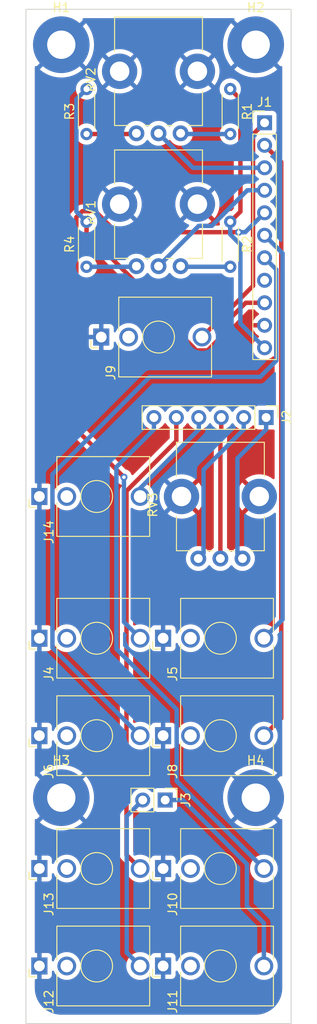
<source format=kicad_pcb>
(kicad_pcb (version 20221018) (generator pcbnew)
  (layers (0 "F.Cu" signal) (31 "B.Cu" signal) (34 "B.Paste" user) (35 "F.Paste" user) (36 "B.SilkS" user "B.Silkscreen") (37 "F.SilkS" user "F.Silkscreen") (38 "B.Mask" user) (39 "F.Mask" user) (44 "Edge.Cuts" user))
  (net 0 "")
  (net 1 "SYNC")
  (net 2 "LIN")
  (net 3 "R3P2")
  (net 4 "R2P2")
  (net 5 "CV1")
  (net 6 "CV2")
  (net 7 "CV3")
  (net 8 "CV4")
  (net 9 "+12V")
  (net 10 "GND")
  (net 11 "-12V")
  (net 12 "R39P1")
  (net 13 "R39P3")
  (net 14 "R39P2")
  (net 15 "PWM")
  (net 16 "SQR")
  (net 17 "SIN")
  (net 18 "TRI")
  (net 19 "RMP")
  (net 20 "R3P1")
  (net 21 "R2P1")
  (net 22 "R3P3")
  (net 23 "R2P3")
  (footprint "Resistor_THT:R_Axial_DIN0204_L3.6mm_D1.6mm_P5.08mm_Horizontal" (layer "F.Cu") (at 23.114 16.002 -90)
    (fp_text reference "R1" (at 2.54 -1.92 90) (layer "F.SilkS"))
    (fp_text value "200K")
    (fp_line (start 0.62 -0.92) (end 4.46 -0.92) (stroke (width 0.12)) (layer "F.SilkS"))
    (fp_line (start 0.62 0.92) (end 4.46 0.92) (stroke (width 0.12)) (layer "F.SilkS"))
    (pad "1" thru_hole circle (at 0 0 270) (size 1.4 1.4) (drill 0.7) (layers "*.Cu" "*.Mask") (net 11 "-12V"))
    (pad "2" thru_hole oval (at 5.08 0 270) (size 1.4 1.4) (drill 0.7) (layers "*.Cu" "*.Mask") (net 20 "R3P1"))
  )
  (footprint "Library:Jack_3.5mm_QingPu_WQP-PJ398SM_Vertical_CircularHoles" (layer "F.Cu") (at 22 115 90)
    (fp_text reference "J11" (at -4.03 -5.4 270) (layer "F.SilkS"))
    (fp_text value "AudioJack2")
    (fp_line (start -4.5 -4.5) (end -4.5 6) (stroke (width 0.12)) (layer "F.SilkS"))
    (fp_line (start -1.23 -7.65) (end -1.23 -6.85) (stroke (width 0.12)) (layer "F.SilkS"))
    (fp_line (start -1.23 -7.65) (end -0.37 -7.65) (stroke (width 0.12)) (layer "F.SilkS"))
    (fp_line (start -0.8 6) (end -4.5 6) (stroke (width 0.12)) (layer "F.SilkS"))
    (fp_line (start -0.72 -4.5) (end -4.5 -4.5) (stroke (width 0.12)) (layer "F.SilkS"))
    (fp_line (start 4.5 -4.5) (end 0.72 -4.5) (stroke (width 0.12)) (layer "F.SilkS"))
    (fp_line (start 4.5 -4.5) (end 4.5 6) (stroke (width 0.12)) (layer "F.SilkS"))
    (fp_line (start 4.5 6) (end 0.8 6) (stroke (width 0.12)) (layer "F.SilkS"))
    (fp_circle (center 0 0) (end 1.8 0) (stroke (width 0.12)) (fill none) (layer "F.SilkS"))
    (pad "S" thru_hole rect (at 0 -6.48 270) (size 1.93 1.83) (drill 1.22) (layers "*.Cu" "*.Mask") (net 10 "GND"))
    (pad "T" thru_hole circle (at 0 4.92 270) (size 2.13 2.13) (drill 1.43) (layers "*.Cu" "*.Mask") (net 18 "TRI"))
    (pad "TN" thru_hole circle (at 0 -3.38 270) (size 2.13 2.13) (drill 1.42) (layers "*.Cu" "*.Mask"))
    (zone (net 0) (net_name "") (layer "F.Cu") (connect_pads (clearance 0)) (min_thickness 0.254)
      (keepout (tracks not_allowed) (vias not_allowed) (pads not_allowed) (copperpour not_allowed) (footprints not_allowed))
      (fill (thermal_gap 0.508) (thermal_bridge_width 0.508))
      (polygon (pts (xy 22 113.494859) (xy 21.754171 113.51507) (xy 21.514945 113.575159) (xy 21.288744 113.673514) (xy 21.081645 113.807492) (xy 20.89921 113.973496) (xy 20.746336 114.167068) (xy 20.627131 114.383008) (xy 20.544794 114.615518) (xy 20.501539 114.858354) (xy 20.498525 115.104993) (xy 20.535835 115.348813) (xy 20.612466 115.583266) (xy 20.72636 115.802054) (xy 20.874458 115.999303) (xy 21.052784 116.169714) (xy 21.256548 116.308712) (xy 21.480278 116.412564) (xy 21.717965 116.478481) (xy 21.963226 116.504692) (xy 22.209475 116.490493) (xy 22.450099 116.436266) (xy 22.678634 116.343468) (xy 22.888945 116.214589) (xy 23.075382 116.053092) (xy 23.232939 115.863313) (xy 23.357385 115.65035) (xy 23.445377 115.419921) (xy 23.494553 115.178215) (xy 23.503592 114.931722) (xy 23.47225 114.687064) (xy 23.40137 114.450809) (xy 23.292856 114.229303) (xy 23.149621 114.028495) (xy 22.975512 113.853777) (xy 22.775205 113.709842) (xy 22.554079 113.600555) (xy 22.318074 113.528851) (xy 22.073526 113.496656)))
    )
  )
  (footprint "Library:Potentiometer_Bourns_PTV09A-1_Single_Vertical" (layer "F.Cu") (at 22 62 180)
    (fp_text reference "RV3" (at 7.65 -0.95 90) (layer "F.SilkS"))
    (fp_text value "100K")
    (fp_line (start -4.97 -6.12) (end -4.97 -2.255) (stroke (width 0.12)) (layer "F.SilkS"))
    (fp_line (start -4.97 2.255) (end -4.97 6.12) (stroke (width 0.12)) (layer "F.SilkS"))
    (fp_line (start -3.37 -6.12) (end -4.97 -6.12) (stroke (width 0.12)) (layer "F.SilkS"))
    (fp_line (start -0.871 -6.12) (end -1.63 -6.12) (stroke (width 0.12)) (layer "F.SilkS"))
    (fp_line (start 1.629 -6.12) (end 0.87 -6.12) (stroke (width 0.12)) (layer "F.SilkS"))
    (fp_line (start 4.97 -6.12) (end 3.371 -6.12) (stroke (width 0.12)) (layer "F.SilkS"))
    (fp_line (start 4.97 -6.12) (end 4.97 -2.255) (stroke (width 0.12)) (layer "F.SilkS"))
    (fp_line (start 4.97 2.255) (end 4.97 6.12) (stroke (width 0.12)) (layer "F.SilkS"))
    (fp_line (start 4.97 6.12) (end -4.97 6.12) (stroke (width 0.12)) (layer "F.SilkS"))
    (pad "" thru_hole circle (at -4.4 0 90) (size 4 4) (drill 2.2) (layers "*.Cu" "*.Mask") (net 10 "GND"))
    (pad "" thru_hole circle (at 4.4 0 90) (size 4 4) (drill 2.2) (layers "*.Cu" "*.Mask") (net 10 "GND"))
    (pad "1" thru_hole circle (at -2.5 -7 90) (size 1.8 1.8) (drill 1) (layers "*.Cu" "*.Mask") (net 12 "R39P1"))
    (pad "2" thru_hole circle (at 0 -7 90) (size 1.8 1.8) (drill 1) (layers "*.Cu" "*.Mask") (net 14 "R39P2"))
    (pad "3" thru_hole circle (at 2.5 -7 90) (size 1.8 1.8) (drill 1) (layers "*.Cu" "*.Mask") (net 13 "R39P3"))
  )
  (footprint "Library:Jack_3.5mm_QingPu_WQP-PJ398SM_Vertical_CircularHoles" (layer "F.Cu") (at 22 78 90)
    (fp_text reference "J5" (at -4.03 -5.4 270) (layer "F.SilkS"))
    (fp_text value "AudioJack2")
    (fp_line (start -4.5 -4.5) (end -4.5 6) (stroke (width 0.12)) (layer "F.SilkS"))
    (fp_line (start -1.23 -7.65) (end -1.23 -6.85) (stroke (width 0.12)) (layer "F.SilkS"))
    (fp_line (start -1.23 -7.65) (end -0.37 -7.65) (stroke (width 0.12)) (layer "F.SilkS"))
    (fp_line (start -0.8 6) (end -4.5 6) (stroke (width 0.12)) (layer "F.SilkS"))
    (fp_line (start -0.72 -4.5) (end -4.5 -4.5) (stroke (width 0.12)) (layer "F.SilkS"))
    (fp_line (start 4.5 -4.5) (end 0.72 -4.5) (stroke (width 0.12)) (layer "F.SilkS"))
    (fp_line (start 4.5 -4.5) (end 4.5 6) (stroke (width 0.12)) (layer "F.SilkS"))
    (fp_line (start 4.5 6) (end 0.8 6) (stroke (width 0.12)) (layer "F.SilkS"))
    (fp_circle (center 0 0) (end 1.8 0) (stroke (width 0.12)) (fill none) (layer "F.SilkS"))
    (pad "S" thru_hole rect (at 0 -6.48 270) (size 1.93 1.83) (drill 1.22) (layers "*.Cu" "*.Mask") (net 10 "GND"))
    (pad "T" thru_hole circle (at 0 4.92 270) (size 2.13 2.13) (drill 1.43) (layers "*.Cu" "*.Mask") (net 6 "CV2"))
    (pad "TN" thru_hole circle (at 0 -3.38 270) (size 2.13 2.13) (drill 1.42) (layers "*.Cu" "*.Mask"))
    (zone (net 0) (net_name "") (layer "F.Cu") (connect_pads (clearance 0)) (min_thickness 0.254)
      (keepout (tracks not_allowed) (vias not_allowed) (pads not_allowed) (copperpour not_allowed) (footprints not_allowed))
      (fill (thermal_gap 0.508) (thermal_bridge_width 0.508))
      (polygon (pts (xy 22 76.494859) (xy 21.754171 76.51507) (xy 21.514945 76.575159) (xy 21.288744 76.673514) (xy 21.081645 76.807492) (xy 20.89921 76.973496) (xy 20.746336 77.167068) (xy 20.627131 77.383008) (xy 20.544794 77.615518) (xy 20.501539 77.858354) (xy 20.498525 78.104993) (xy 20.535835 78.348813) (xy 20.612466 78.583266) (xy 20.72636 78.802054) (xy 20.874458 78.999303) (xy 21.052784 79.169714) (xy 21.256548 79.308712) (xy 21.480278 79.412564) (xy 21.717965 79.478481) (xy 21.963226 79.504692) (xy 22.209475 79.490493) (xy 22.450099 79.436266) (xy 22.678634 79.343468) (xy 22.888945 79.214589) (xy 23.075382 79.053092) (xy 23.232939 78.863313) (xy 23.357385 78.65035) (xy 23.445377 78.419921) (xy 23.494553 78.178215) (xy 23.503592 77.931722) (xy 23.47225 77.687064) (xy 23.40137 77.450809) (xy 23.292856 77.229303) (xy 23.149621 77.028495) (xy 22.975512 76.853777) (xy 22.775205 76.709842) (xy 22.554079 76.600555) (xy 22.318074 76.528851) (xy 22.073526 76.496656)))
    )
  )
  (footprint "Library:Jack_3.5mm_QingPu_WQP-PJ398SM_Vertical_CircularHoles" (layer "F.Cu") (at 8 104 90)
    (fp_text reference "J13" (at -4.03 -5.4 270) (layer "F.SilkS"))
    (fp_text value "AudioJack2")
    (fp_line (start -4.5 -4.5) (end -4.5 6) (stroke (width 0.12)) (layer "F.SilkS"))
    (fp_line (start -1.23 -7.65) (end -1.23 -6.85) (stroke (width 0.12)) (layer "F.SilkS"))
    (fp_line (start -1.23 -7.65) (end -0.37 -7.65) (stroke (width 0.12)) (layer "F.SilkS"))
    (fp_line (start -0.8 6) (end -4.5 6) (stroke (width 0.12)) (layer "F.SilkS"))
    (fp_line (start -0.72 -4.5) (end -4.5 -4.5) (stroke (width 0.12)) (layer "F.SilkS"))
    (fp_line (start 4.5 -4.5) (end 0.72 -4.5) (stroke (width 0.12)) (layer "F.SilkS"))
    (fp_line (start 4.5 -4.5) (end 4.5 6) (stroke (width 0.12)) (layer "F.SilkS"))
    (fp_line (start 4.5 6) (end 0.8 6) (stroke (width 0.12)) (layer "F.SilkS"))
    (fp_circle (center 0 0) (end 1.8 0) (stroke (width 0.12)) (fill none) (layer "F.SilkS"))
    (pad "S" thru_hole rect (at 0 -6.48 270) (size 1.93 1.83) (drill 1.22) (layers "*.Cu" "*.Mask") (net 10 "GND"))
    (pad "T" thru_hole circle (at 0 4.92 270) (size 2.13 2.13) (drill 1.43) (layers "*.Cu" "*.Mask") (net 16 "SQR"))
    (pad "TN" thru_hole circle (at 0 -3.38 270) (size 2.13 2.13) (drill 1.42) (layers "*.Cu" "*.Mask"))
    (zone (net 0) (net_name "") (layer "F.Cu") (connect_pads (clearance 0)) (min_thickness 0.254)
      (keepout (tracks not_allowed) (vias not_allowed) (pads not_allowed) (copperpour not_allowed) (footprints not_allowed))
      (fill (thermal_gap 0.508) (thermal_bridge_width 0.508))
      (polygon (pts (xy 8 102.494859) (xy 7.754171 102.51507) (xy 7.514945 102.575159) (xy 7.288744 102.673514) (xy 7.081645 102.807492) (xy 6.89921 102.973496) (xy 6.746336 103.167068) (xy 6.627131 103.383008) (xy 6.544794 103.615518) (xy 6.501539 103.858354) (xy 6.498525 104.104993) (xy 6.535835 104.348813) (xy 6.612466 104.583266) (xy 6.72636 104.802054) (xy 6.874458 104.999303) (xy 7.052784 105.169714) (xy 7.256548 105.308712) (xy 7.480278 105.412564) (xy 7.717965 105.478481) (xy 7.963226 105.504692) (xy 8.209475 105.490493) (xy 8.450099 105.436266) (xy 8.678634 105.343468) (xy 8.888945 105.214589) (xy 9.075382 105.053092) (xy 9.232939 104.863313) (xy 9.357385 104.65035) (xy 9.445377 104.419921) (xy 9.494553 104.178215) (xy 9.503592 103.931722) (xy 9.47225 103.687064) (xy 9.40137 103.450809) (xy 9.292856 103.229303) (xy 9.149621 103.028495) (xy 8.975512 102.853777) (xy 8.775205 102.709842) (xy 8.554079 102.600555) (xy 8.318074 102.528851) (xy 8.073526 102.496656)))
    )
  )
  (footprint "MountingHole:MountingHole_3.2mm_M3_Pad" (layer "F.Cu") (at 26 11)
    (fp_text reference "H2" (at 0 -4.2) (layer "F.SilkS"))
    (fp_text value "MountingHole_Pad")
    (pad "1" thru_hole circle (at 0 0) (size 6.4 6.4) (drill 3.2) (layers "*.Cu" "*.Mask") (net 10 "GND"))
  )
  (footprint "Library:Jack_3.5mm_QingPu_WQP-PJ398SM_Vertical_CircularHoles" (layer "F.Cu") (at 22 104 90)
    (fp_text reference "J10" (at -4.03 -5.4 270) (layer "F.SilkS"))
    (fp_text value "AudioJack2")
    (fp_line (start -4.5 -4.5) (end -4.5 6) (stroke (width 0.12)) (layer "F.SilkS"))
    (fp_line (start -1.23 -7.65) (end -1.23 -6.85) (stroke (width 0.12)) (layer "F.SilkS"))
    (fp_line (start -1.23 -7.65) (end -0.37 -7.65) (stroke (width 0.12)) (layer "F.SilkS"))
    (fp_line (start -0.8 6) (end -4.5 6) (stroke (width 0.12)) (layer "F.SilkS"))
    (fp_line (start -0.72 -4.5) (end -4.5 -4.5) (stroke (width 0.12)) (layer "F.SilkS"))
    (fp_line (start 4.5 -4.5) (end 0.72 -4.5) (stroke (width 0.12)) (layer "F.SilkS"))
    (fp_line (start 4.5 -4.5) (end 4.5 6) (stroke (width 0.12)) (layer "F.SilkS"))
    (fp_line (start 4.5 6) (end 0.8 6) (stroke (width 0.12)) (layer "F.SilkS"))
    (fp_circle (center 0 0) (end 1.8 0) (stroke (width 0.12)) (fill none) (layer "F.SilkS"))
    (pad "S" thru_hole rect (at 0 -6.48 270) (size 1.93 1.83) (drill 1.22) (layers "*.Cu" "*.Mask") (net 10 "GND"))
    (pad "T" thru_hole circle (at 0 4.92 270) (size 2.13 2.13) (drill 1.43) (layers "*.Cu" "*.Mask") (net 17 "SIN"))
    (pad "TN" thru_hole circle (at 0 -3.38 270) (size 2.13 2.13) (drill 1.42) (layers "*.Cu" "*.Mask"))
    (zone (net 0) (net_name "") (layer "F.Cu") (connect_pads (clearance 0)) (min_thickness 0.254)
      (keepout (tracks not_allowed) (vias not_allowed) (pads not_allowed) (copperpour not_allowed) (footprints not_allowed))
      (fill (thermal_gap 0.508) (thermal_bridge_width 0.508))
      (polygon (pts (xy 22 102.494859) (xy 21.754171 102.51507) (xy 21.514945 102.575159) (xy 21.288744 102.673514) (xy 21.081645 102.807492) (xy 20.89921 102.973496) (xy 20.746336 103.167068) (xy 20.627131 103.383008) (xy 20.544794 103.615518) (xy 20.501539 103.858354) (xy 20.498525 104.104993) (xy 20.535835 104.348813) (xy 20.612466 104.583266) (xy 20.72636 104.802054) (xy 20.874458 104.999303) (xy 21.052784 105.169714) (xy 21.256548 105.308712) (xy 21.480278 105.412564) (xy 21.717965 105.478481) (xy 21.963226 105.504692) (xy 22.209475 105.490493) (xy 22.450099 105.436266) (xy 22.678634 105.343468) (xy 22.888945 105.214589) (xy 23.075382 105.053092) (xy 23.232939 104.863313) (xy 23.357385 104.65035) (xy 23.445377 104.419921) (xy 23.494553 104.178215) (xy 23.503592 103.931722) (xy 23.47225 103.687064) (xy 23.40137 103.450809) (xy 23.292856 103.229303) (xy 23.149621 103.028495) (xy 22.975512 102.853777) (xy 22.775205 102.709842) (xy 22.554079 102.600555) (xy 22.318074 102.528851) (xy 22.073526 102.496656)))
    )
  )
  (footprint "Resistor_THT:R_Axial_DIN0204_L3.6mm_D1.6mm_P5.08mm_Horizontal" (layer "F.Cu") (at 23.114 30.988 -90)
    (fp_text reference "R2" (at 2.54 -1.92 90) (layer "F.SilkS"))
    (fp_text value "10K")
    (fp_line (start 0.62 -0.92) (end 4.46 -0.92) (stroke (width 0.12)) (layer "F.SilkS"))
    (fp_line (start 0.62 0.92) (end 4.46 0.92) (stroke (width 0.12)) (layer "F.SilkS"))
    (pad "1" thru_hole circle (at 0 0 270) (size 1.4 1.4) (drill 0.7) (layers "*.Cu" "*.Mask") (net 11 "-12V"))
    (pad "2" thru_hole oval (at 5.08 0 270) (size 1.4 1.4) (drill 0.7) (layers "*.Cu" "*.Mask") (net 21 "R2P1"))
  )
  (footprint "Library:Jack_3.5mm_QingPu_WQP-PJ398SM_Vertical_CircularHoles" (layer "F.Cu") (at 8 78 90)
    (fp_text reference "J4" (at -4.03 -5.4 270) (layer "F.SilkS"))
    (fp_text value "AudioJack2")
    (fp_line (start -4.5 -4.5) (end -4.5 6) (stroke (width 0.12)) (layer "F.SilkS"))
    (fp_line (start -1.23 -7.65) (end -1.23 -6.85) (stroke (width 0.12)) (layer "F.SilkS"))
    (fp_line (start -1.23 -7.65) (end -0.37 -7.65) (stroke (width 0.12)) (layer "F.SilkS"))
    (fp_line (start -0.8 6) (end -4.5 6) (stroke (width 0.12)) (layer "F.SilkS"))
    (fp_line (start -0.72 -4.5) (end -4.5 -4.5) (stroke (width 0.12)) (layer "F.SilkS"))
    (fp_line (start 4.5 -4.5) (end 0.72 -4.5) (stroke (width 0.12)) (layer "F.SilkS"))
    (fp_line (start 4.5 -4.5) (end 4.5 6) (stroke (width 0.12)) (layer "F.SilkS"))
    (fp_line (start 4.5 6) (end 0.8 6) (stroke (width 0.12)) (layer "F.SilkS"))
    (fp_circle (center 0 0) (end 1.8 0) (stroke (width 0.12)) (fill none) (layer "F.SilkS"))
    (pad "S" thru_hole rect (at 0 -6.48 270) (size 1.93 1.83) (drill 1.22) (layers "*.Cu" "*.Mask") (net 10 "GND"))
    (pad "T" thru_hole circle (at 0 4.92 270) (size 2.13 2.13) (drill 1.43) (layers "*.Cu" "*.Mask") (net 5 "CV1"))
    (pad "TN" thru_hole circle (at 0 -3.38 270) (size 2.13 2.13) (drill 1.42) (layers "*.Cu" "*.Mask"))
    (zone (net 0) (net_name "") (layer "F.Cu") (connect_pads (clearance 0)) (min_thickness 0.254)
      (keepout (tracks not_allowed) (vias not_allowed) (pads not_allowed) (copperpour not_allowed) (footprints not_allowed))
      (fill (thermal_gap 0.508) (thermal_bridge_width 0.508))
      (polygon (pts (xy 8 76.494859) (xy 7.754171 76.51507) (xy 7.514945 76.575159) (xy 7.288744 76.673514) (xy 7.081645 76.807492) (xy 6.89921 76.973496) (xy 6.746336 77.167068) (xy 6.627131 77.383008) (xy 6.544794 77.615518) (xy 6.501539 77.858354) (xy 6.498525 78.104993) (xy 6.535835 78.348813) (xy 6.612466 78.583266) (xy 6.72636 78.802054) (xy 6.874458 78.999303) (xy 7.052784 79.169714) (xy 7.256548 79.308712) (xy 7.480278 79.412564) (xy 7.717965 79.478481) (xy 7.963226 79.504692) (xy 8.209475 79.490493) (xy 8.450099 79.436266) (xy 8.678634 79.343468) (xy 8.888945 79.214589) (xy 9.075382 79.053092) (xy 9.232939 78.863313) (xy 9.357385 78.65035) (xy 9.445377 78.419921) (xy 9.494553 78.178215) (xy 9.503592 77.931722) (xy 9.47225 77.687064) (xy 9.40137 77.450809) (xy 9.292856 77.229303) (xy 9.149621 77.028495) (xy 8.975512 76.853777) (xy 8.775205 76.709842) (xy 8.554079 76.600555) (xy 8.318074 76.528851) (xy 8.073526 76.496656)))
    )
  )
  (footprint "Library:Potentiometer_Bourns_PTV09A-1_Single_Vertical" (layer "F.Cu") (at 15 29 180)
    (fp_text reference "RV1" (at 7.65 -0.95 90) (layer "F.SilkS"))
    (fp_text value "100K")
    (fp_line (start -4.97 -6.12) (end -4.97 -2.255) (stroke (width 0.12)) (layer "F.SilkS"))
    (fp_line (start -4.97 2.255) (end -4.97 6.12) (stroke (width 0.12)) (layer "F.SilkS"))
    (fp_line (start -3.37 -6.12) (end -4.97 -6.12) (stroke (width 0.12)) (layer "F.SilkS"))
    (fp_line (start -0.871 -6.12) (end -1.63 -6.12) (stroke (width 0.12)) (layer "F.SilkS"))
    (fp_line (start 1.629 -6.12) (end 0.87 -6.12) (stroke (width 0.12)) (layer "F.SilkS"))
    (fp_line (start 4.97 -6.12) (end 3.371 -6.12) (stroke (width 0.12)) (layer "F.SilkS"))
    (fp_line (start 4.97 -6.12) (end 4.97 -2.255) (stroke (width 0.12)) (layer "F.SilkS"))
    (fp_line (start 4.97 2.255) (end 4.97 6.12) (stroke (width 0.12)) (layer "F.SilkS"))
    (fp_line (start 4.97 6.12) (end -4.97 6.12) (stroke (width 0.12)) (layer "F.SilkS"))
    (pad "" thru_hole circle (at -4.4 0 90) (size 4 4) (drill 2.2) (layers "*.Cu" "*.Mask") (net 10 "GND"))
    (pad "" thru_hole circle (at 4.4 0 90) (size 4 4) (drill 2.2) (layers "*.Cu" "*.Mask") (net 10 "GND"))
    (pad "1" thru_hole circle (at -2.5 -7 90) (size 1.8 1.8) (drill 1) (layers "*.Cu" "*.Mask") (net 21 "R2P1"))
    (pad "2" thru_hole circle (at 0 -7 90) (size 1.8 1.8) (drill 1) (layers "*.Cu" "*.Mask") (net 4 "R2P2"))
    (pad "3" thru_hole circle (at 2.5 -7 90) (size 1.8 1.8) (drill 1) (layers "*.Cu" "*.Mask") (net 23 "R2P3"))
  )
  (footprint "Library:Jack_3.5mm_QingPu_WQP-PJ398SM_Vertical_CircularHoles" (layer "F.Cu") (at 8 89 90)
    (fp_text reference "J6" (at -4.03 -5.4 270) (layer "F.SilkS"))
    (fp_text value "AudioJack2")
    (fp_line (start -4.5 -4.5) (end -4.5 6) (stroke (width 0.12)) (layer "F.SilkS"))
    (fp_line (start -1.23 -7.65) (end -1.23 -6.85) (stroke (width 0.12)) (layer "F.SilkS"))
    (fp_line (start -1.23 -7.65) (end -0.37 -7.65) (stroke (width 0.12)) (layer "F.SilkS"))
    (fp_line (start -0.8 6) (end -4.5 6) (stroke (width 0.12)) (layer "F.SilkS"))
    (fp_line (start -0.72 -4.5) (end -4.5 -4.5) (stroke (width 0.12)) (layer "F.SilkS"))
    (fp_line (start 4.5 -4.5) (end 0.72 -4.5) (stroke (width 0.12)) (layer "F.SilkS"))
    (fp_line (start 4.5 -4.5) (end 4.5 6) (stroke (width 0.12)) (layer "F.SilkS"))
    (fp_line (start 4.5 6) (end 0.8 6) (stroke (width 0.12)) (layer "F.SilkS"))
    (fp_circle (center 0 0) (end 1.8 0) (stroke (width 0.12)) (fill none) (layer "F.SilkS"))
    (pad "S" thru_hole rect (at 0 -6.48 270) (size 1.93 1.83) (drill 1.22) (layers "*.Cu" "*.Mask") (net 10 "GND"))
    (pad "T" thru_hole circle (at 0 4.92 270) (size 2.13 2.13) (drill 1.43) (layers "*.Cu" "*.Mask") (net 7 "CV3"))
    (pad "TN" thru_hole circle (at 0 -3.38 270) (size 2.13 2.13) (drill 1.42) (layers "*.Cu" "*.Mask"))
    (zone (net 0) (net_name "") (layer "F.Cu") (connect_pads (clearance 0)) (min_thickness 0.254)
      (keepout (tracks not_allowed) (vias not_allowed) (pads not_allowed) (copperpour not_allowed) (footprints not_allowed))
      (fill (thermal_gap 0.508) (thermal_bridge_width 0.508))
      (polygon (pts (xy 8 87.494859) (xy 7.754171 87.51507) (xy 7.514945 87.575159) (xy 7.288744 87.673514) (xy 7.081645 87.807492) (xy 6.89921 87.973496) (xy 6.746336 88.167068) (xy 6.627131 88.383008) (xy 6.544794 88.615518) (xy 6.501539 88.858354) (xy 6.498525 89.104993) (xy 6.535835 89.348813) (xy 6.612466 89.583266) (xy 6.72636 89.802054) (xy 6.874458 89.999303) (xy 7.052784 90.169714) (xy 7.256548 90.308712) (xy 7.480278 90.412564) (xy 7.717965 90.478481) (xy 7.963226 90.504692) (xy 8.209475 90.490493) (xy 8.450099 90.436266) (xy 8.678634 90.343468) (xy 8.888945 90.214589) (xy 9.075382 90.053092) (xy 9.232939 89.863313) (xy 9.357385 89.65035) (xy 9.445377 89.419921) (xy 9.494553 89.178215) (xy 9.503592 88.931722) (xy 9.47225 88.687064) (xy 9.40137 88.450809) (xy 9.292856 88.229303) (xy 9.149621 88.028495) (xy 8.975512 87.853777) (xy 8.775205 87.709842) (xy 8.554079 87.600555) (xy 8.318074 87.528851) (xy 8.073526 87.496656)))
    )
  )
  (footprint "Library:Jack_3.5mm_QingPu_WQP-PJ398SM_Vertical_CircularHoles" (layer "F.Cu") (at 8 62 90)
    (fp_text reference "J14" (at -4.03 -5.4 270) (layer "F.SilkS"))
    (fp_text value "AudioJack2")
    (fp_line (start -4.5 -4.5) (end -4.5 6) (stroke (width 0.12)) (layer "F.SilkS"))
    (fp_line (start -1.23 -7.65) (end -1.23 -6.85) (stroke (width 0.12)) (layer "F.SilkS"))
    (fp_line (start -1.23 -7.65) (end -0.37 -7.65) (stroke (width 0.12)) (layer "F.SilkS"))
    (fp_line (start -0.8 6) (end -4.5 6) (stroke (width 0.12)) (layer "F.SilkS"))
    (fp_line (start -0.72 -4.5) (end -4.5 -4.5) (stroke (width 0.12)) (layer "F.SilkS"))
    (fp_line (start 4.5 -4.5) (end 0.72 -4.5) (stroke (width 0.12)) (layer "F.SilkS"))
    (fp_line (start 4.5 -4.5) (end 4.5 6) (stroke (width 0.12)) (layer "F.SilkS"))
    (fp_line (start 4.5 6) (end 0.8 6) (stroke (width 0.12)) (layer "F.SilkS"))
    (fp_circle (center 0 0) (end 1.8 0) (stroke (width 0.12)) (fill none) (layer "F.SilkS"))
    (pad "S" thru_hole rect (at 0 -6.48 270) (size 1.93 1.83) (drill 1.22) (layers "*.Cu" "*.Mask") (net 10 "GND"))
    (pad "T" thru_hole circle (at 0 4.92 270) (size 2.13 2.13) (drill 1.43) (layers "*.Cu" "*.Mask") (net 15 "PWM"))
    (pad "TN" thru_hole circle (at 0 -3.38 270) (size 2.13 2.13) (drill 1.42) (layers "*.Cu" "*.Mask"))
    (zone (net 0) (net_name "") (layer "F.Cu") (connect_pads (clearance 0)) (min_thickness 0.254)
      (keepout (tracks not_allowed) (vias not_allowed) (pads not_allowed) (copperpour not_allowed) (footprints not_allowed))
      (fill (thermal_gap 0.508) (thermal_bridge_width 0.508))
      (polygon (pts (xy 8 60.494859) (xy 7.754171 60.51507) (xy 7.514945 60.575159) (xy 7.288744 60.673514) (xy 7.081645 60.807492) (xy 6.89921 60.973496) (xy 6.746336 61.167068) (xy 6.627131 61.383008) (xy 6.544794 61.615518) (xy 6.501539 61.858354) (xy 6.498525 62.104993) (xy 6.535835 62.348813) (xy 6.612466 62.583266) (xy 6.72636 62.802054) (xy 6.874458 62.999303) (xy 7.052784 63.169714) (xy 7.256548 63.308712) (xy 7.480278 63.412564) (xy 7.717965 63.478481) (xy 7.963226 63.504692) (xy 8.209475 63.490493) (xy 8.450099 63.436266) (xy 8.678634 63.343468) (xy 8.888945 63.214589) (xy 9.075382 63.053092) (xy 9.232939 62.863313) (xy 9.357385 62.65035) (xy 9.445377 62.419921) (xy 9.494553 62.178215) (xy 9.503592 61.931722) (xy 9.47225 61.687064) (xy 9.40137 61.450809) (xy 9.292856 61.229303) (xy 9.149621 61.028495) (xy 8.975512 60.853777) (xy 8.775205 60.709842) (xy 8.554079 60.600555) (xy 8.318074 60.528851) (xy 8.073526 60.496656)))
    )
  )
  (footprint "Resistor_THT:R_Axial_DIN0204_L3.6mm_D1.6mm_P5.08mm_Horizontal" (layer "F.Cu") (at 6.858 21.082 90)
    (fp_text reference "R3" (at 2.54 -1.92 90) (layer "F.SilkS"))
    (fp_text value "200K")
    (fp_line (start 0.62 -0.92) (end 4.46 -0.92) (stroke (width 0.12)) (layer "F.SilkS"))
    (fp_line (start 0.62 0.92) (end 4.46 0.92) (stroke (width 0.12)) (layer "F.SilkS"))
    (pad "1" thru_hole circle (at 0 0 90) (size 1.4 1.4) (drill 0.7) (layers "*.Cu" "*.Mask") (net 22 "R3P3"))
    (pad "2" thru_hole oval (at 5.08 0 90) (size 1.4 1.4) (drill 0.7) (layers "*.Cu" "*.Mask") (net 9 "+12V"))
  )
  (footprint "MountingHole:MountingHole_3.2mm_M3_Pad" (layer "F.Cu") (at 4 11)
    (fp_text reference "H1" (at 0 -4.2) (layer "F.SilkS"))
    (fp_text value "MountingHole_Pad")
    (pad "1" thru_hole circle (at 0 0) (size 6.4 6.4) (drill 3.2) (layers "*.Cu" "*.Mask") (net 10 "GND"))
  )
  (footprint "Library:Potentiometer_Bourns_PTV09A-1_Single_Vertical" (layer "F.Cu") (at 15 14 180)
    (fp_text reference "RV2" (at 7.65 -0.95 90) (layer "F.SilkS"))
    (fp_text value "100K")
    (fp_line (start -4.97 -6.12) (end -4.97 -2.255) (stroke (width 0.12)) (layer "F.SilkS"))
    (fp_line (start -4.97 2.255) (end -4.97 6.12) (stroke (width 0.12)) (layer "F.SilkS"))
    (fp_line (start -3.37 -6.12) (end -4.97 -6.12) (stroke (width 0.12)) (layer "F.SilkS"))
    (fp_line (start -0.871 -6.12) (end -1.63 -6.12) (stroke (width 0.12)) (layer "F.SilkS"))
    (fp_line (start 1.629 -6.12) (end 0.87 -6.12) (stroke (width 0.12)) (layer "F.SilkS"))
    (fp_line (start 4.97 -6.12) (end 3.371 -6.12) (stroke (width 0.12)) (layer "F.SilkS"))
    (fp_line (start 4.97 -6.12) (end 4.97 -2.255) (stroke (width 0.12)) (layer "F.SilkS"))
    (fp_line (start 4.97 2.255) (end 4.97 6.12) (stroke (width 0.12)) (layer "F.SilkS"))
    (fp_line (start 4.97 6.12) (end -4.97 6.12) (stroke (width 0.12)) (layer "F.SilkS"))
    (pad "" thru_hole circle (at -4.4 0 90) (size 4 4) (drill 2.2) (layers "*.Cu" "*.Mask") (net 10 "GND"))
    (pad "" thru_hole circle (at 4.4 0 90) (size 4 4) (drill 2.2) (layers "*.Cu" "*.Mask") (net 10 "GND"))
    (pad "1" thru_hole circle (at -2.5 -7 90) (size 1.8 1.8) (drill 1) (layers "*.Cu" "*.Mask") (net 20 "R3P1"))
    (pad "2" thru_hole circle (at 0 -7 90) (size 1.8 1.8) (drill 1) (layers "*.Cu" "*.Mask") (net 3 "R3P2"))
    (pad "3" thru_hole circle (at 2.5 -7 90) (size 1.8 1.8) (drill 1) (layers "*.Cu" "*.Mask") (net 22 "R3P3"))
  )
  (footprint "Library:Jack_3.5mm_QingPu_WQP-PJ398SM_Vertical_CircularHoles" (layer "F.Cu") (at 15 44 90)
    (fp_text reference "J9" (at -4.03 -5.4 270) (layer "F.SilkS"))
    (fp_text value "AudioJack2")
    (fp_line (start -4.5 -4.5) (end -4.5 6) (stroke (width 0.12)) (layer "F.SilkS"))
    (fp_line (start -1.23 -7.65) (end -1.23 -6.85) (stroke (width 0.12)) (layer "F.SilkS"))
    (fp_line (start -1.23 -7.65) (end -0.37 -7.65) (stroke (width 0.12)) (layer "F.SilkS"))
    (fp_line (start -0.8 6) (end -4.5 6) (stroke (width 0.12)) (layer "F.SilkS"))
    (fp_line (start -0.72 -4.5) (end -4.5 -4.5) (stroke (width 0.12)) (layer "F.SilkS"))
    (fp_line (start 4.5 -4.5) (end 0.72 -4.5) (stroke (width 0.12)) (layer "F.SilkS"))
    (fp_line (start 4.5 -4.5) (end 4.5 6) (stroke (width 0.12)) (layer "F.SilkS"))
    (fp_line (start 4.5 6) (end 0.8 6) (stroke (width 0.12)) (layer "F.SilkS"))
    (fp_circle (center 0 0) (end 1.8 0) (stroke (width 0.12)) (fill none) (layer "F.SilkS"))
    (pad "S" thru_hole rect (at 0 -6.48 270) (size 1.93 1.83) (drill 1.22) (layers "*.Cu" "*.Mask") (net 10 "GND"))
    (pad "T" thru_hole circle (at 0 4.92 270) (size 2.13 2.13) (drill 1.43) (layers "*.Cu" "*.Mask") (net 1 "SYNC"))
    (pad "TN" thru_hole circle (at 0 -3.38 270) (size 2.13 2.13) (drill 1.42) (layers "*.Cu" "*.Mask"))
    (zone (net 0) (net_name "") (layer "F.Cu") (connect_pads (clearance 0)) (min_thickness 0.254)
      (keepout (tracks not_allowed) (vias not_allowed) (pads not_allowed) (copperpour not_allowed) (footprints not_allowed))
      (fill (thermal_gap 0.508) (thermal_bridge_width 0.508))
      (polygon (pts (xy 15 42.494859) (xy 14.754171 42.51507) (xy 14.514945 42.575159) (xy 14.288744 42.673514) (xy 14.081645 42.807492) (xy 13.89921 42.973496) (xy 13.746336 43.167068) (xy 13.627131 43.383008) (xy 13.544794 43.615518) (xy 13.501539 43.858354) (xy 13.498525 44.104993) (xy 13.535835 44.348813) (xy 13.612466 44.583266) (xy 13.72636 44.802054) (xy 13.874458 44.999303) (xy 14.052784 45.169714) (xy 14.256548 45.308712) (xy 14.480278 45.412564) (xy 14.717965 45.478481) (xy 14.963226 45.504692) (xy 15.209475 45.490493) (xy 15.450099 45.436266) (xy 15.678634 45.343468) (xy 15.888945 45.214589) (xy 16.075382 45.053092) (xy 16.232939 44.863313) (xy 16.357385 44.65035) (xy 16.445377 44.419921) (xy 16.494553 44.178215) (xy 16.503592 43.931722) (xy 16.47225 43.687064) (xy 16.40137 43.450809) (xy 16.292856 43.229303) (xy 16.149621 43.028495) (xy 15.975512 42.853777) (xy 15.775205 42.709842) (xy 15.554079 42.600555) (xy 15.318074 42.528851) (xy 15.073526 42.496656)))
    )
  )
  (footprint "Connector_PinHeader_2.54mm:PinHeader_1x06_P2.54mm_Vertical" (layer "F.Cu") (at 27.178 53.086 -90)
    (fp_text reference "J2" (at 0 -2.33 90) (layer "F.SilkS"))
    (fp_text value "Conn_01x06")
    (fp_line (start -1.33 -1.33) (end 0 -1.33) (stroke (width 0.12)) (layer "F.SilkS"))
    (fp_line (start -1.33 0) (end -1.33 -1.33) (stroke (width 0.12)) (layer "F.SilkS"))
    (fp_line (start -1.33 1.27) (end -1.33 14.03) (stroke (width 0.12)) (layer "F.SilkS"))
    (fp_line (start -1.33 1.27) (end 1.33 1.27) (stroke (width 0.12)) (layer "F.SilkS"))
    (fp_line (start -1.33 14.03) (end 1.33 14.03) (stroke (width 0.12)) (layer "F.SilkS"))
    (fp_line (start 1.33 1.27) (end 1.33 14.03) (stroke (width 0.12)) (layer "F.SilkS"))
    (pad "1" thru_hole rect (at 0 0 270) (size 1.7 1.7) (drill 1) (layers "*.Cu" "*.Mask") (net 12 "R39P1"))
    (pad "2" thru_hole oval (at 0 2.54 270) (size 1.7 1.7) (drill 1) (layers "*.Cu" "*.Mask") (net 13 "R39P3"))
    (pad "3" thru_hole oval (at 0 5.08 270) (size 1.7 1.7) (drill 1) (layers "*.Cu" "*.Mask") (net 14 "R39P2"))
    (pad "4" thru_hole oval (at 0 7.62 270) (size 1.7 1.7) (drill 1) (layers "*.Cu" "*.Mask") (net 15 "PWM"))
    (pad "5" thru_hole oval (at 0 10.16 270) (size 1.7 1.7) (drill 1) (layers "*.Cu" "*.Mask") (net 16 "SQR"))
    (pad "6" thru_hole oval (at 0 12.7 270) (size 1.7 1.7) (drill 1) (layers "*.Cu" "*.Mask") (net 17 "SIN"))
  )
  (footprint "Library:Jack_3.5mm_QingPu_WQP-PJ398SM_Vertical_CircularHoles" (layer "F.Cu") (at 22 89 90)
    (fp_text reference "J8" (at -4.03 -5.4 270) (layer "F.SilkS"))
    (fp_text value "AudioJack2")
    (fp_line (start -4.5 -4.5) (end -4.5 6) (stroke (width 0.12)) (layer "F.SilkS"))
    (fp_line (start -1.23 -7.65) (end -1.23 -6.85) (stroke (width 0.12)) (layer "F.SilkS"))
    (fp_line (start -1.23 -7.65) (end -0.37 -7.65) (stroke (width 0.12)) (layer "F.SilkS"))
    (fp_line (start -0.8 6) (end -4.5 6) (stroke (width 0.12)) (layer "F.SilkS"))
    (fp_line (start -0.72 -4.5) (end -4.5 -4.5) (stroke (width 0.12)) (layer "F.SilkS"))
    (fp_line (start 4.5 -4.5) (end 0.72 -4.5) (stroke (width 0.12)) (layer "F.SilkS"))
    (fp_line (start 4.5 -4.5) (end 4.5 6) (stroke (width 0.12)) (layer "F.SilkS"))
    (fp_line (start 4.5 6) (end 0.8 6) (stroke (width 0.12)) (layer "F.SilkS"))
    (fp_circle (center 0 0) (end 1.8 0) (stroke (width 0.12)) (fill none) (layer "F.SilkS"))
    (pad "S" thru_hole rect (at 0 -6.48 270) (size 1.93 1.83) (drill 1.22) (layers "*.Cu" "*.Mask") (net 10 "GND"))
    (pad "T" thru_hole circle (at 0 4.92 270) (size 2.13 2.13) (drill 1.43) (layers "*.Cu" "*.Mask") (net 2 "LIN"))
    (pad "TN" thru_hole circle (at 0 -3.38 270) (size 2.13 2.13) (drill 1.42) (layers "*.Cu" "*.Mask"))
    (zone (net 0) (net_name "") (layer "F.Cu") (connect_pads (clearance 0)) (min_thickness 0.254)
      (keepout (tracks not_allowed) (vias not_allowed) (pads not_allowed) (copperpour not_allowed) (footprints not_allowed))
      (fill (thermal_gap 0.508) (thermal_bridge_width 0.508))
      (polygon (pts (xy 22 87.494859) (xy 21.754171 87.51507) (xy 21.514945 87.575159) (xy 21.288744 87.673514) (xy 21.081645 87.807492) (xy 20.89921 87.973496) (xy 20.746336 88.167068) (xy 20.627131 88.383008) (xy 20.544794 88.615518) (xy 20.501539 88.858354) (xy 20.498525 89.104993) (xy 20.535835 89.348813) (xy 20.612466 89.583266) (xy 20.72636 89.802054) (xy 20.874458 89.999303) (xy 21.052784 90.169714) (xy 21.256548 90.308712) (xy 21.480278 90.412564) (xy 21.717965 90.478481) (xy 21.963226 90.504692) (xy 22.209475 90.490493) (xy 22.450099 90.436266) (xy 22.678634 90.343468) (xy 22.888945 90.214589) (xy 23.075382 90.053092) (xy 23.232939 89.863313) (xy 23.357385 89.65035) (xy 23.445377 89.419921) (xy 23.494553 89.178215) (xy 23.503592 88.931722) (xy 23.47225 88.687064) (xy 23.40137 88.450809) (xy 23.292856 88.229303) (xy 23.149621 88.028495) (xy 22.975512 87.853777) (xy 22.775205 87.709842) (xy 22.554079 87.600555) (xy 22.318074 87.528851) (xy 22.073526 87.496656)))
    )
  )
  (footprint "Library:Jack_3.5mm_QingPu_WQP-PJ398SM_Vertical_CircularHoles" (layer "F.Cu") (at 8 115 90)
    (fp_text reference "J12" (at -4.03 -5.4 270) (layer "F.SilkS"))
    (fp_text value "AudioJack2")
    (fp_line (start -4.5 -4.5) (end -4.5 6) (stroke (width 0.12)) (layer "F.SilkS"))
    (fp_line (start -1.23 -7.65) (end -1.23 -6.85) (stroke (width 0.12)) (layer "F.SilkS"))
    (fp_line (start -1.23 -7.65) (end -0.37 -7.65) (stroke (width 0.12)) (layer "F.SilkS"))
    (fp_line (start -0.8 6) (end -4.5 6) (stroke (width 0.12)) (layer "F.SilkS"))
    (fp_line (start -0.72 -4.5) (end -4.5 -4.5) (stroke (width 0.12)) (layer "F.SilkS"))
    (fp_line (start 4.5 -4.5) (end 0.72 -4.5) (stroke (width 0.12)) (layer "F.SilkS"))
    (fp_line (start 4.5 -4.5) (end 4.5 6) (stroke (width 0.12)) (layer "F.SilkS"))
    (fp_line (start 4.5 6) (end 0.8 6) (stroke (width 0.12)) (layer "F.SilkS"))
    (fp_circle (center 0 0) (end 1.8 0) (stroke (width 0.12)) (fill none) (layer "F.SilkS"))
    (pad "S" thru_hole rect (at 0 -6.48 270) (size 1.93 1.83) (drill 1.22) (layers "*.Cu" "*.Mask") (net 10 "GND"))
    (pad "T" thru_hole circle (at 0 4.92 270) (size 2.13 2.13) (drill 1.43) (layers "*.Cu" "*.Mask") (net 19 "RMP"))
    (pad "TN" thru_hole circle (at 0 -3.38 270) (size 2.13 2.13) (drill 1.42) (layers "*.Cu" "*.Mask"))
    (zone (net 0) (net_name "") (layer "F.Cu") (connect_pads (clearance 0)) (min_thickness 0.254)
      (keepout (tracks not_allowed) (vias not_allowed) (pads not_allowed) (copperpour not_allowed) (footprints not_allowed))
      (fill (thermal_gap 0.508) (thermal_bridge_width 0.508))
      (polygon (pts (xy 8 113.494859) (xy 7.754171 113.51507) (xy 7.514945 113.575159) (xy 7.288744 113.673514) (xy 7.081645 113.807492) (xy 6.89921 113.973496) (xy 6.746336 114.167068) (xy 6.627131 114.383008) (xy 6.544794 114.615518) (xy 6.501539 114.858354) (xy 6.498525 115.104993) (xy 6.535835 115.348813) (xy 6.612466 115.583266) (xy 6.72636 115.802054) (xy 6.874458 115.999303) (xy 7.052784 116.169714) (xy 7.256548 116.308712) (xy 7.480278 116.412564) (xy 7.717965 116.478481) (xy 7.963226 116.504692) (xy 8.209475 116.490493) (xy 8.450099 116.436266) (xy 8.678634 116.343468) (xy 8.888945 116.214589) (xy 9.075382 116.053092) (xy 9.232939 115.863313) (xy 9.357385 115.65035) (xy 9.445377 115.419921) (xy 9.494553 115.178215) (xy 9.503592 114.931722) (xy 9.47225 114.687064) (xy 9.40137 114.450809) (xy 9.292856 114.229303) (xy 9.149621 114.028495) (xy 8.975512 113.853777) (xy 8.775205 113.709842) (xy 8.554079 113.600555) (xy 8.318074 113.528851) (xy 8.073526 113.496656)))
    )
  )
  (footprint "MountingHole:MountingHole_3.2mm_M3_Pad" (layer "F.Cu") (at 26 96)
    (fp_text reference "H4" (at 0 -4.2) (layer "F.SilkS"))
    (fp_text value "MountingHole_Pad")
    (pad "1" thru_hole circle (at 0 0) (size 6.4 6.4) (drill 3.2) (layers "*.Cu" "*.Mask") (net 10 "GND"))
  )
  (footprint "Resistor_THT:R_Axial_DIN0204_L3.6mm_D1.6mm_P5.08mm_Horizontal" (layer "F.Cu") (at 6.858 36.068 90)
    (fp_text reference "R4" (at 2.54 -1.92 90) (layer "F.SilkS"))
    (fp_text value "47K")
    (fp_line (start 0.62 -0.92) (end 4.46 -0.92) (stroke (width 0.12)) (layer "F.SilkS"))
    (fp_line (start 0.62 0.92) (end 4.46 0.92) (stroke (width 0.12)) (layer "F.SilkS"))
    (pad "1" thru_hole circle (at 0 0 90) (size 1.4 1.4) (drill 0.7) (layers "*.Cu" "*.Mask") (net 23 "R2P3"))
    (pad "2" thru_hole oval (at 5.08 0 90) (size 1.4 1.4) (drill 0.7) (layers "*.Cu" "*.Mask") (net 9 "+12V"))
  )
  (footprint "Connector_PinHeader_2.54mm:PinHeader_1x11_P2.54mm_Vertical" (layer "F.Cu") (at 27 19.812)
    (fp_text reference "J1" (at 0 -2.33) (layer "F.SilkS"))
    (fp_text value "Conn_01x11")
    (fp_line (start -1.33 -1.33) (end 0 -1.33) (stroke (width 0.12)) (layer "F.SilkS"))
    (fp_line (start -1.33 0) (end -1.33 -1.33) (stroke (width 0.12)) (layer "F.SilkS"))
    (fp_line (start -1.33 1.27) (end -1.33 26.73) (stroke (width 0.12)) (layer "F.SilkS"))
    (fp_line (start -1.33 1.27) (end 1.33 1.27) (stroke (width 0.12)) (layer "F.SilkS"))
    (fp_line (start -1.33 26.73) (end 1.33 26.73) (stroke (width 0.12)) (layer "F.SilkS"))
    (fp_line (start 1.33 1.27) (end 1.33 26.73) (stroke (width 0.12)) (layer "F.SilkS"))
    (pad "1" thru_hole rect (at 0 0) (size 1.7 1.7) (drill 1) (layers "*.Cu" "*.Mask") (net 1 "SYNC"))
    (pad "2" thru_hole oval (at 0 2.54) (size 1.7 1.7) (drill 1) (layers "*.Cu" "*.Mask") (net 2 "LIN"))
    (pad "3" thru_hole oval (at 0 5.08) (size 1.7 1.7) (drill 1) (layers "*.Cu" "*.Mask") (net 3 "R3P2"))
    (pad "4" thru_hole oval (at 0 7.62) (size 1.7 1.7) (drill 1) (layers "*.Cu" "*.Mask") (net 4 "R2P2"))
    (pad "5" thru_hole oval (at 0 10.16) (size 1.7 1.7) (drill 1) (layers "*.Cu" "*.Mask") (net 5 "CV1"))
    (pad "6" thru_hole oval (at 0 12.7) (size 1.7 1.7) (drill 1) (layers "*.Cu" "*.Mask") (net 6 "CV2"))
    (pad "7" thru_hole oval (at 0 15.24) (size 1.7 1.7) (drill 1) (layers "*.Cu" "*.Mask") (net 7 "CV3"))
    (pad "8" thru_hole oval (at 0 17.78) (size 1.7 1.7) (drill 1) (layers "*.Cu" "*.Mask") (net 8 "CV4"))
    (pad "9" thru_hole oval (at 0 20.32) (size 1.7 1.7) (drill 1) (layers "*.Cu" "*.Mask") (net 9 "+12V"))
    (pad "10" thru_hole oval (at 0 22.86) (size 1.7 1.7) (drill 1) (layers "*.Cu" "*.Mask") (net 10 "GND"))
    (pad "11" thru_hole oval (at 0 25.4) (size 1.7 1.7) (drill 1) (layers "*.Cu" "*.Mask") (net 11 "-12V"))
  )
  (footprint "Connector_PinHeader_2.54mm:PinHeader_1x02_P2.54mm_Vertical" (layer "F.Cu") (at 15.753 96.266 -90)
    (fp_text reference "J3" (at 0 -2.33 90) (layer "F.SilkS"))
    (fp_text value "Conn_01x02")
    (fp_line (start -1.33 -1.33) (end 0 -1.33) (stroke (width 0.12)) (layer "F.SilkS"))
    (fp_line (start -1.33 0) (end -1.33 -1.33) (stroke (width 0.12)) (layer "F.SilkS"))
    (fp_line (start -1.33 1.27) (end -1.33 3.87) (stroke (width 0.12)) (layer "F.SilkS"))
    (fp_line (start -1.33 1.27) (end 1.33 1.27) (stroke (width 0.12)) (layer "F.SilkS"))
    (fp_line (start -1.33 3.87) (end 1.33 3.87) (stroke (width 0.12)) (layer "F.SilkS"))
    (fp_line (start 1.33 1.27) (end 1.33 3.87) (stroke (width 0.12)) (layer "F.SilkS"))
    (pad "1" thru_hole rect (at 0 0 270) (size 1.7 1.7) (drill 1) (layers "*.Cu" "*.Mask") (net 18 "TRI"))
    (pad "2" thru_hole oval (at 0 2.54 270) (size 1.7 1.7) (drill 1) (layers "*.Cu" "*.Mask") (net 19 "RMP"))
  )
  (footprint "MountingHole:MountingHole_3.2mm_M3_Pad" (layer "F.Cu") (at 4 96)
    (fp_text reference "H3" (at 0 -4.2) (layer "F.SilkS"))
    (fp_text value "MountingHole_Pad")
    (pad "1" thru_hole circle (at 0 0) (size 6.4 6.4) (drill 3.2) (layers "*.Cu" "*.Mask") (net 10 "GND"))
  )
  (gr_rect (start 0 7) (end 30 121.5) (stroke (width 0.1)) (fill none) (layer "Edge.Cuts"))
  (segment (start 25.6969 38.2231) (end 19.92 44) (width 0.5) (layer "F.Cu") (net 1))
  (segment (start 27 19.812) (end 25.6969 21.1151) (width 0.5) (layer "F.Cu") (net 1))
  (segment (start 25.6969 21.1151) (end 25.6969 38.2231) (width 0.5) (layer "F.Cu") (net 1))
  (segment (start 27 22.352) (end 28.8858 24.2378) (width 0.5) (layer "F.Cu") (net 2))
  (segment (start 28.8858 24.2378) (end 28.8858 87.0342) (width 0.5) (layer "F.Cu") (net 2))
  (segment (start 28.8858 87.0342) (end 26.92 89) (width 0.5) (layer "F.Cu") (net 2))
  (segment (start 18.892 24.892) (end 15 21) (width 0.5) (layer "B.Cu") (net 3))
  (segment (start 27 24.892) (end 18.892 24.892) (width 0.5) (layer "B.Cu") (net 3))
  (segment (start 21.02746 31.45) (end 25.04546 27.432) (width 0.5) (layer "B.Cu") (net 4))
  (segment (start 25.04546 27.432) (end 27 27.432) (width 0.5) (layer "B.Cu") (net 4))
  (segment (start 15 36) (end 19.55 31.45) (width 0.5) (layer "B.Cu") (net 4))
  (segment (start 19.55 31.45) (end 21.02746 31.45) (width 0.5) (layer "B.Cu") (net 4))
  (segment (start 7.8392 29.7923) (end 10.2113 32.1644) (width 0.5) (layer "F.Cu") (net 5))
  (segment (start 10.2113 32.1644) (end 24.0725 32.1644) (width 0.5) (layer "F.Cu") (net 5))
  (segment (start 6.3799 29.7923) (end 7.8392 29.7923) (width 0.5) (layer "F.Cu") (net 5))
  (segment (start 5.7022 30.47) (end 6.3799 29.7923) (width 0.5) (layer "F.Cu") (net 5))
  (segment (start 5.7022 54.438) (end 5.7022 30.47) (width 0.5) (layer "F.Cu") (net 5))
  (segment (start 11.0863 59.8221) (end 5.7022 54.438) (width 0.5) (layer "F.Cu") (net 5))
  (via (at 11.0863 59.8221) (size 0.8) (drill 0.4) (layers "F.Cu" "B.Cu") (net 5))
  (via (at 24.0725 32.1644) (size 0.8) (drill 0.4) (layers "F.Cu" "B.Cu") (net 5))
  (segment (start 24.8076 32.1644) (end 27 29.972) (width 0.5) (layer "B.Cu") (net 5))
  (segment (start 11.0863 76.1663) (end 12.92 78) (width 0.5) (layer "B.Cu") (net 5))
  (segment (start 24.0725 32.1644) (end 24.8076 32.1644) (width 0.5) (layer "B.Cu") (net 5))
  (segment (start 11.0863 59.8221) (end 11.0863 76.1663) (width 0.5) (layer "B.Cu") (net 5))
  (segment (start 29.0344 75.8856) (end 26.92 78) (width 0.5) (layer "B.Cu") (net 6))
  (segment (start 27 32.512) (end 29.0344 34.5464) (width 0.5) (layer "B.Cu") (net 6))
  (segment (start 29.0344 34.5464) (end 29.0344 75.8856) (width 0.5) (layer "B.Cu") (net 6))
  (segment (start 28.3227 36.3747) (end 27 35.052) (width 0.5) (layer "B.Cu") (net 7))
  (segment (start 3 59.5) (end 14 48.5) (width 0.5) (layer "B.Cu") (net 7))
  (segment (start 26.5 48.5) (end 28.3227 46.6773) (width 0.5) (layer "B.Cu") (net 7))
  (segment (start 14 48.5) (end 26.5 48.5) (width 0.5) (layer "B.Cu") (net 7))
  (segment (start 3 79.08) (end 3 59.5) (width 0.5) (layer "B.Cu") (net 7))
  (segment (start 12.92 89) (end 3 79.08) (width 0.5) (layer "B.Cu") (net 7))
  (segment (start 28.3227 46.6773) (end 28.3227 36.3747) (width 0.5) (layer "B.Cu") (net 7))
  (segment (start 6.858 32.265444) (end 6.858 30.988) (width 0.5) (layer "F.Cu") (net 9))
  (segment (start 22 44.062534) (end 22 43) (width 0.5) (layer "F.Cu") (net 9))
  (segment (start 20.547534 45.515) (end 22 44.062534) (width 0.5) (layer "F.Cu") (net 9))
  (segment (start 19.292466 45.515) (end 20.547534 45.515) (width 0.5) (layer "F.Cu") (net 9))
  (segment (start 22 43) (end 24.868 40.132) (width 0.5) (layer "F.Cu") (net 9))
  (segment (start 19.292466 45.515) (end 17.5 43.722534) (width 0.5) (layer "F.Cu") (net 9))
  (segment (start 17.5 42.907444) (end 6.858 32.265444) (width 0.5) (layer "F.Cu") (net 9))
  (segment (start 24.868 40.132) (end 27 40.132) (width 0.5) (layer "F.Cu") (net 9))
  (segment (start 17.5 43.722534) (end 17.5 42.907444) (width 0.5) (layer "F.Cu") (net 9))
  (segment (start 5.708 17.152) (end 6.858 16.002) (width 0.5) (layer "B.Cu") (net 9))
  (segment (start 6.858 30.988) (end 5.708 29.838) (width 0.5) (layer "B.Cu") (net 9))
  (segment (start 5.708 29.838) (end 5.708 17.152) (width 0.5) (layer "B.Cu") (net 9))
  (segment (start 24.2665 17.1545) (end 23.114 16.002) (width 0.5) (layer "F.Cu") (net 11))
  (segment (start 23.114 30.988) (end 24.2665 29.8355) (width 0.5) (layer "F.Cu") (net 11))
  (segment (start 24.2665 29.8355) (end 24.2665 17.1545) (width 0.5) (layer "F.Cu") (net 11))
  (segment (start 23.114 32.407982) (end 23.114 30.988) (width 0.5) (layer "B.Cu") (net 11))
  (segment (start 24.264 42.476) (end 24.264 33.557982) (width 0.5) (layer "B.Cu") (net 11))
  (segment (start 27 45.212) (end 24.264 42.476) (width 0.5) (layer "B.Cu") (net 11))
  (segment (start 24.264 33.557982) (end 23.114 32.407982) (width 0.5) (layer "B.Cu") (net 11))
  (segment (start 27.178 53.086) (end 27.178 54.436) (width 0.5) (layer "B.Cu") (net 12))
  (segment (start 23.9252 68.4252) (end 24.5 69) (width 0.5) (layer "B.Cu") (net 12))
  (segment (start 27.178 54.436) (end 23.9252 57.6888) (width 0.5) (layer "B.Cu") (net 12))
  (segment (start 23.9252 57.6888) (end 23.9252 68.4252) (width 0.5) (layer "B.Cu") (net 12))
  (segment (start 20.0956 68.4044) (end 19.5 69) (width 0.5) (layer "B.Cu") (net 13))
  (segment (start 24.638 54.436) (end 20.0956 58.9784) (width 0.5) (layer "B.Cu") (net 13))
  (segment (start 24.638 53.086) (end 24.638 54.436) (width 0.5) (layer "B.Cu") (net 13))
  (segment (start 20.0956 58.9784) (end 20.0956 68.4044) (width 0.5) (layer "B.Cu") (net 13))
  (segment (start 22 54.534) (end 22 69) (width 0.5) (layer "F.Cu") (net 14))
  (segment (start 22.098 54.436) (end 22 54.534) (width 0.5) (layer "F.Cu") (net 14))
  (segment (start 22.098 53.086) (end 22.098 54.436) (width 0.5) (layer "F.Cu") (net 14))
  (segment (start 12.92 61.074) (end 12.92 62) (width 0.5) (layer "B.Cu") (net 15))
  (segment (start 19.558 53.086) (end 19.558 54.436) (width 0.5) (layer "B.Cu") (net 15))
  (segment (start 19.558 54.436) (end 12.92 61.074) (width 0.5) (layer "B.Cu") (net 15))
  (segment (start 17.018 53.086) (end 17.018 54.436) (width 0.5) (layer "F.Cu") (net 16))
  (segment (start 12.92 104) (end 11.3759 102.4559) (width 0.5) (layer "F.Cu") (net 16))
  (segment (start 17.018 55.7385) (end 17.018 54.436) (width 0.5) (layer "F.Cu") (net 16))
  (segment (start 11.3759 102.4559) (end 11.3759 61.3806) (width 0.5) (layer "F.Cu") (net 16))
  (segment (start 11.3759 61.3806) (end 17.018 55.7385) (width 0.5) (layer "F.Cu") (net 16))
  (segment (start 10.2344 79.2073) (end 17.0534 86.0263) (width 0.5) (layer "B.Cu") (net 17))
  (segment (start 14.478 53.086) (end 14.478 54.436) (width 0.5) (layer "B.Cu") (net 17))
  (segment (start 17.0534 94.1334) (end 26.92 104) (width 0.5) (layer "B.Cu") (net 17))
  (segment (start 10.2344 58.6796) (end 10.2344 79.2073) (width 0.5) (layer "B.Cu") (net 17))
  (segment (start 17.0534 86.0263) (end 17.0534 94.1334) (width 0.5) (layer "B.Cu") (net 17))
  (segment (start 14.478 54.436) (end 10.2344 58.6796) (width 0.5) (layer "B.Cu") (net 17))
  (segment (start 25 108.237466) (end 25 103.5) (width 0.5) (layer "B.Cu") (net 18))
  (segment (start 26.92 115) (end 26.92 110.157466) (width 0.5) (layer "B.Cu") (net 18))
  (segment (start 26.92 110.157466) (end 25 108.237466) (width 0.5) (layer "B.Cu") (net 18))
  (segment (start 25 103.5) (end 17.766 96.266) (width 0.5) (layer "B.Cu") (net 18))
  (segment (start 17.766 96.266) (end 15.753 96.266) (width 0.5) (layer "B.Cu") (net 18))
  (segment (start 12.92 115) (end 11.405 113.485) (width 0.5) (layer "B.Cu") (net 19))
  (segment (start 11.405 98.074) (end 13.213 96.266) (width 0.5) (layer "B.Cu") (net 19))
  (segment (start 11.405 113.485) (end 11.405 98.074) (width 0.5) (layer "B.Cu") (net 19))
  (segment (start 17.582 21.082) (end 17.5 21) (width 0.5) (layer "B.Cu") (net 20))
  (segment (start 23.114 21.082) (end 17.582 21.082) (width 0.5) (layer "B.Cu") (net 20))
  (segment (start 17.568 36.068) (end 17.5 36) (width 0.5) (layer "B.Cu") (net 21))
  (segment (start 23.114 36.068) (end 17.568 36.068) (width 0.5) (layer "B.Cu") (net 21))
  (segment (start 6.858 21.082) (end 12.418 21.082) (width 0.5) (layer "F.Cu") (net 22))
  (segment (start 12.418 21.082) (end 12.5 21) (width 0.5) (layer "F.Cu") (net 22))
  (segment (start 12.432 36.068) (end 12.5 36) (width 0.5) (layer "B.Cu") (net 23))
  (segment (start 6.858 36.068) (end 12.432 36.068) (width 0.5) (layer "B.Cu") (net 23))
  (zone (net 10) (net_name "GND") (layers "F&B.Cu") (connect_pads (clearance 0.5)) (min_thickness 0.25) (fill yes (thermal_gap 0.5) (thermal_bridge_width 0.5) (smoothing fillet) (radius 3))
    (polygon (pts (xy 1 8) (xy 29 8) (xy 29 120.5) (xy 1 120.5)))
  )
)
</source>
